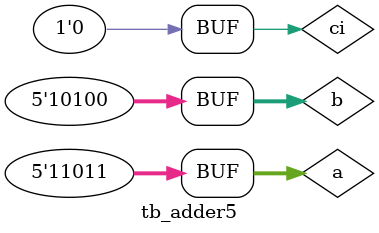
<source format=v>
`timescale 1ns / 1ns
`include "adder5.v"

module tb_adder5;

    reg [4:0] a;
    reg [4:0] b;
    
    reg ci;

    wire [4:0] s;
    wire co;
	 wire overflow;

    adder5 UUT (.a(a), .b(b), .ci(ci), .s(s), .co(co), .overflow(overflow));

    initial begin
        //$dumpfile("tb_adder5.vcd");
        //$dumpvars (0, tb_adder5);
        // 6 + 1
        //a0 = 0; a1 = 0; a2 =  1; a3 = 1; a4 = 0; b0 = 0; b1 = 0; b2 = 0; b3 = 0; b4 = 1; ci = 0; #30;
        // 2 + 15
        //a0 = 0; a1 = 0; a2 =  0; a3 = 1; a4 = 0; b0 = 0; b1 = 1; b2 = 1; b3 = 1; b4 = 1; ci = 0; #30;
		  ci = 0;
		  a = 0;
		  b = 0;
		  #100;
		  
		  
		  a = 6;
		  b = 1;
		  #100;
		  
		  a = 2;
		  b = 15;
		  #100;
		  
		  a = -3;
		  b = 4;
		  #100;
		  
		  a = -5;
		  b = -12;
		  #100;
		  
		  
		  
    end

endmodule

</source>
